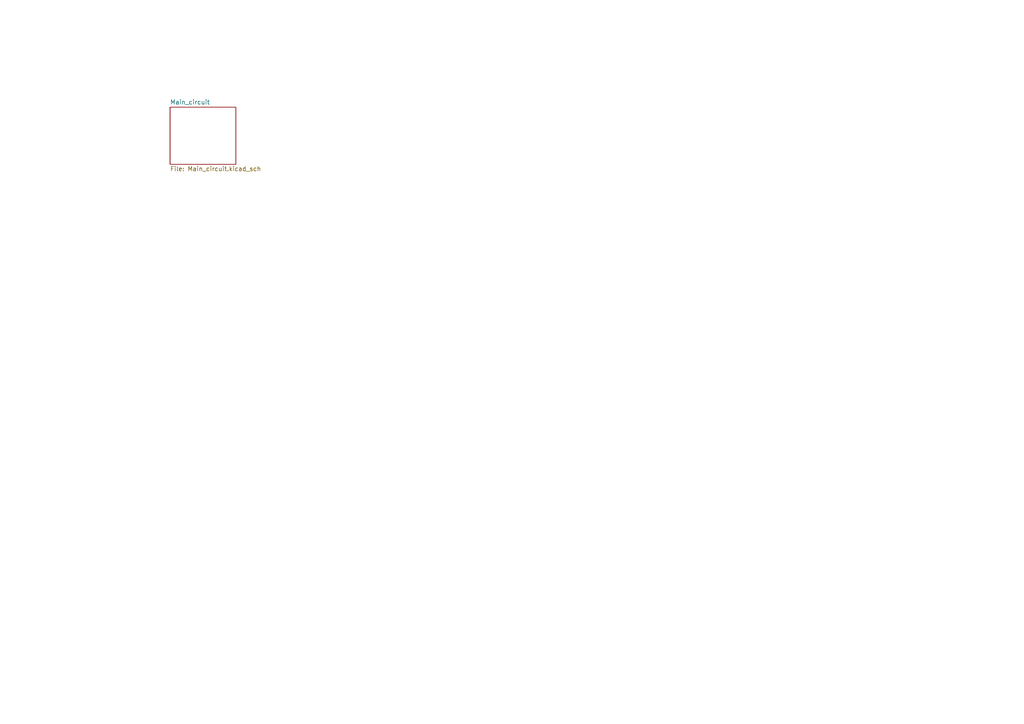
<source format=kicad_sch>
(kicad_sch
	(version 20250114)
	(generator "eeschema")
	(generator_version "9.0")
	(uuid "65058651-b983-42f6-bfcd-e0c090f493cd")
	(paper "A4")
	(lib_symbols)
	(sheet
		(at 49.3268 31.0896)
		(size 19.0754 16.5608)
		(exclude_from_sim no)
		(in_bom yes)
		(on_board yes)
		(dnp no)
		(fields_autoplaced yes)
		(stroke
			(width 0.1524)
			(type solid)
		)
		(fill
			(color 0 0 0 0.0000)
		)
		(uuid "f448354e-0f82-42ba-abf9-7b13c5abfac0")
		(property "Sheetname" "Main_circuit"
			(at 49.3268 30.378 0)
			(effects
				(font
					(size 1.27 1.27)
				)
				(justify left bottom)
			)
		)
		(property "Sheetfile" "Main_circuit.kicad_sch"
			(at 49.3268 48.235 0)
			(effects
				(font
					(size 1.27 1.27)
				)
				(justify left top)
			)
		)
		(instances
			(project "DCCB"
				(path "/65058651-b983-42f6-bfcd-e0c090f493cd"
					(page "2")
				)
			)
		)
	)
	(sheet_instances
		(path "/"
			(page "1")
		)
	)
	(embedded_fonts no)
)

</source>
